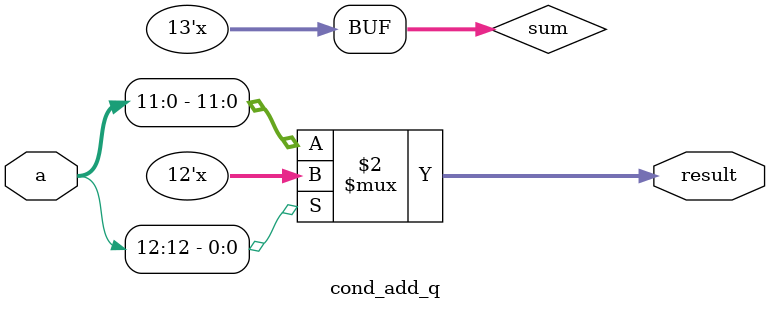
<source format=v>

module cond_add_q (
    input  wire [12:0] a,       // 13-bit unsigned subtraction result; bit[12] = borrow
    output wire [11:0] result   // [0, 3328]
);

`include "kyber_pkg.vh"

    wire [12:0] sum;

    assign sum    = {1'b0, a[11:0]} + {1'b0, KYBER_Q[11:0]};
    assign result = a[12] ? sum[11:0] : a[11:0];

endmodule

</source>
